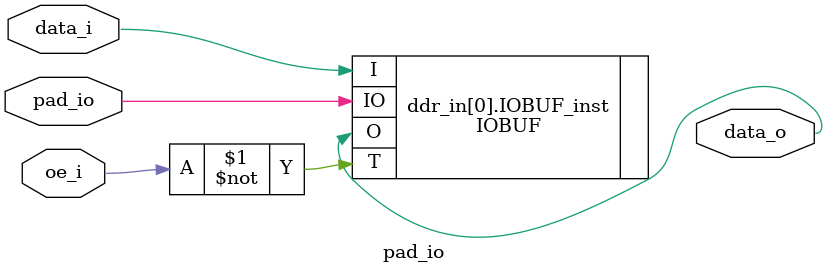
<source format=sv>
`timescale 1ns / 1ps


module pad_io #(
  parameter WIDTH = 1
  )(
    input  logic [WIDTH-1:0] data_i,
    input  logic             oe_i, // high=output, low=input
    output logic [WIDTH-1:0] data_o,
    inout  logic [WIDTH-1:0] pad_io
);


    genvar i;
    generate
      for(i=0; i<WIDTH; i++)
      begin: ddr_in
        IOBUF #(
          .DRIVE(12), // Specify the output drive strength
          .IBUF_LOW_PWR("FALSE"), // Low Power - "TRUE", High Perforrmance = "FALSE"
          .SLEW("FAST") // Specify the output slew rate 
          ) IOBUF_inst (
              .O(data_o[i]), // Buffer output
              .IO(pad_io[i]), // Buffer inout port (connect directly to top-level port)
              .I(data_i[i]), // Buffer input 
              .T(~oe_i) //3-state enable input, high=input, low=output
          );
      end
    endgenerate

endmodule

</source>
